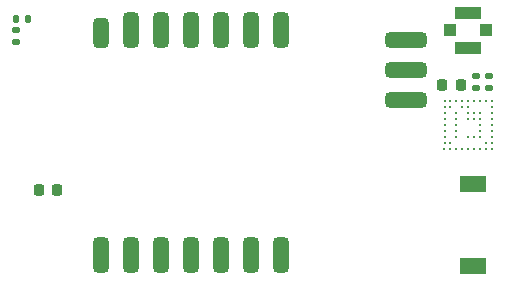
<source format=gbp>
G04 #@! TF.GenerationSoftware,KiCad,Pcbnew,7.0.5-0*
G04 #@! TF.CreationDate,2023-09-26T15:29:12-04:00*
G04 #@! TF.ProjectId,Rudolph_Tracker,5275646f-6c70-4685-9f54-7261636b6572,rev?*
G04 #@! TF.SameCoordinates,Original*
G04 #@! TF.FileFunction,Paste,Bot*
G04 #@! TF.FilePolarity,Positive*
%FSLAX46Y46*%
G04 Gerber Fmt 4.6, Leading zero omitted, Abs format (unit mm)*
G04 Created by KiCad (PCBNEW 7.0.5-0) date 2023-09-26 15:29:12*
%MOMM*%
%LPD*%
G01*
G04 APERTURE LIST*
G04 Aperture macros list*
%AMRoundRect*
0 Rectangle with rounded corners*
0 $1 Rounding radius*
0 $2 $3 $4 $5 $6 $7 $8 $9 X,Y pos of 4 corners*
0 Add a 4 corners polygon primitive as box body*
4,1,4,$2,$3,$4,$5,$6,$7,$8,$9,$2,$3,0*
0 Add four circle primitives for the rounded corners*
1,1,$1+$1,$2,$3*
1,1,$1+$1,$4,$5*
1,1,$1+$1,$6,$7*
1,1,$1+$1,$8,$9*
0 Add four rect primitives between the rounded corners*
20,1,$1+$1,$2,$3,$4,$5,0*
20,1,$1+$1,$4,$5,$6,$7,0*
20,1,$1+$1,$6,$7,$8,$9,0*
20,1,$1+$1,$8,$9,$2,$3,0*%
G04 Aperture macros list end*
%ADD10R,1.000000X1.000000*%
%ADD11R,2.200000X1.050000*%
%ADD12RoundRect,0.135000X-0.185000X0.135000X-0.185000X-0.135000X0.185000X-0.135000X0.185000X0.135000X0*%
%ADD13RoundRect,0.322500X0.322500X-1.177500X0.322500X1.177500X-0.322500X1.177500X-0.322500X-1.177500X0*%
%ADD14RoundRect,0.325000X0.325000X-1.175000X0.325000X1.175000X-0.325000X1.175000X-0.325000X-1.175000X0*%
%ADD15RoundRect,0.325000X0.325000X-0.925000X0.325000X0.925000X-0.325000X0.925000X-0.325000X-0.925000X0*%
%ADD16RoundRect,0.325000X-1.425000X-0.325000X1.425000X-0.325000X1.425000X0.325000X-1.425000X0.325000X0*%
%ADD17RoundRect,0.225000X-0.225000X-0.250000X0.225000X-0.250000X0.225000X0.250000X-0.225000X0.250000X0*%
%ADD18C,0.270000*%
%ADD19R,2.259800X1.362800*%
%ADD20RoundRect,0.135000X0.135000X0.185000X-0.135000X0.185000X-0.135000X-0.185000X0.135000X-0.185000X0*%
%ADD21RoundRect,0.225000X0.225000X0.250000X-0.225000X0.250000X-0.225000X-0.250000X0.225000X-0.250000X0*%
%ADD22RoundRect,0.135000X0.185000X-0.135000X0.185000X0.135000X-0.185000X0.135000X-0.185000X-0.135000X0*%
G04 APERTURE END LIST*
D10*
X110000000Y-110200000D03*
D11*
X111500000Y-111675000D03*
D10*
X113000000Y-110200000D03*
D11*
X111500000Y-108725000D03*
D12*
X113300000Y-114090000D03*
X113300000Y-115110000D03*
D13*
X95645000Y-129200000D03*
D14*
X93100000Y-129200000D03*
X90560000Y-129200000D03*
X88020000Y-129200000D03*
X85480000Y-129200000D03*
X82940000Y-129200000D03*
X80400000Y-129200000D03*
D15*
X80400000Y-110450000D03*
D14*
X82940000Y-110200000D03*
X85480000Y-110200000D03*
X88020000Y-110200000D03*
X90560000Y-110200000D03*
X93100000Y-110200000D03*
D13*
X95645000Y-110200000D03*
D16*
X106250000Y-111030000D03*
X106250000Y-113570000D03*
X106250000Y-116110000D03*
D17*
X109325000Y-114800000D03*
X110875000Y-114800000D03*
D18*
X109500000Y-116200000D03*
X109500000Y-116700000D03*
X109500000Y-117200000D03*
X109500000Y-117700000D03*
X109500000Y-118200000D03*
X109500000Y-118700000D03*
X109500000Y-119200000D03*
X109500000Y-119700000D03*
X109488389Y-120210711D03*
X110000000Y-116200000D03*
X110000000Y-116700000D03*
X110000000Y-119700000D03*
X110000000Y-120200000D03*
X110500000Y-116200000D03*
X110500000Y-117200000D03*
X110500000Y-117700000D03*
X110500000Y-118200000D03*
X110500000Y-118700000D03*
X110500000Y-119200000D03*
X110500000Y-120200000D03*
X111000000Y-116200000D03*
X111000000Y-116700000D03*
X111000000Y-120200000D03*
X111500000Y-116200000D03*
X111500000Y-116700000D03*
X111500000Y-117200000D03*
X111500000Y-117700000D03*
X111500000Y-119200000D03*
X111500000Y-120200000D03*
X112000000Y-116200000D03*
X112000000Y-117200000D03*
X112000000Y-117700000D03*
X112000000Y-119200000D03*
X112000000Y-120200000D03*
X112500000Y-116200000D03*
X112500000Y-117200000D03*
X112500000Y-117700000D03*
X112500000Y-118200000D03*
X112500000Y-118700000D03*
X112500000Y-119200000D03*
X112500000Y-120200000D03*
X113000000Y-116200000D03*
X113000000Y-119700000D03*
X113000000Y-120200000D03*
X113500000Y-116200000D03*
X113500000Y-116700000D03*
X113500000Y-117200000D03*
X113500000Y-117700000D03*
X113500000Y-118200000D03*
X113500000Y-118700000D03*
X113500000Y-119200000D03*
X113500000Y-119700000D03*
X113500000Y-120200000D03*
D12*
X112200000Y-114090000D03*
X112200000Y-115110000D03*
D19*
X111900000Y-123237299D03*
X111900000Y-130162701D03*
D20*
X74200000Y-109200000D03*
X73180000Y-109200000D03*
D21*
X76675000Y-123700000D03*
X75125000Y-123700000D03*
D22*
X73200000Y-111210000D03*
X73200000Y-110190000D03*
M02*

</source>
